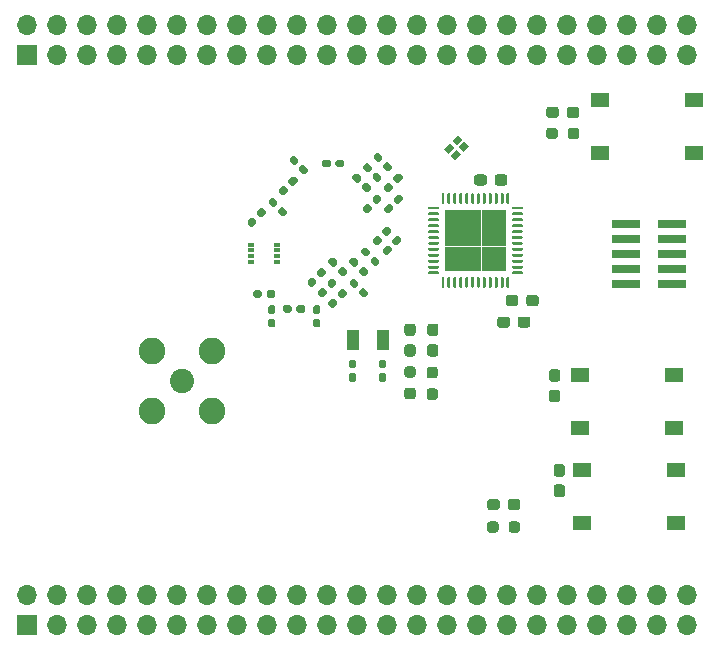
<source format=gbr>
%TF.GenerationSoftware,KiCad,Pcbnew,(5.1.9)-1*%
%TF.CreationDate,2021-11-09T16:48:14-06:00*%
%TF.ProjectId,zigbeeCape,7a696762-6565-4436-9170-652e6b696361,rev?*%
%TF.SameCoordinates,Original*%
%TF.FileFunction,Soldermask,Top*%
%TF.FilePolarity,Negative*%
%FSLAX46Y46*%
G04 Gerber Fmt 4.6, Leading zero omitted, Abs format (unit mm)*
G04 Created by KiCad (PCBNEW (5.1.9)-1) date 2021-11-09 16:48:14*
%MOMM*%
%LPD*%
G01*
G04 APERTURE LIST*
%ADD10R,1.550000X1.300000*%
%ADD11R,1.700000X1.700000*%
%ADD12O,1.700000X1.700000*%
%ADD13R,2.400000X0.760000*%
%ADD14R,1.000000X1.800000*%
%ADD15C,0.100000*%
%ADD16R,1.030000X1.030000*%
%ADD17C,0.515000*%
%ADD18R,0.600000X0.300000*%
%ADD19C,2.050000*%
%ADD20C,2.250000*%
G04 APERTURE END LIST*
D10*
%TO.C,SW2*%
X50787400Y10602400D03*
X58737400Y10602400D03*
X50787400Y15102400D03*
X58737400Y15102400D03*
%TD*%
%TO.C,SW1*%
X50635000Y18628800D03*
X58585000Y18628800D03*
X50635000Y23128800D03*
X58585000Y23128800D03*
%TD*%
%TO.C,SW4*%
X52336800Y41869800D03*
X60286800Y41869800D03*
X52336800Y46369800D03*
X60286800Y46369800D03*
%TD*%
D11*
%TO.C,U5*%
X3810000Y1905000D03*
D12*
X3810000Y4445000D03*
X6350000Y1905000D03*
X6350000Y4445000D03*
X8890000Y1905000D03*
X8890000Y4445000D03*
X11430000Y1905000D03*
X11430000Y4445000D03*
X13970000Y1905000D03*
X13970000Y4445000D03*
X16510000Y1905000D03*
X16510000Y4445000D03*
X19050000Y1905000D03*
X19050000Y4445000D03*
X21590000Y1905000D03*
X21590000Y4445000D03*
X24130000Y1905000D03*
X24130000Y4445000D03*
X26670000Y1905000D03*
X26670000Y4445000D03*
X29210000Y1905000D03*
X29210000Y4445000D03*
X31750000Y1905000D03*
X31750000Y4445000D03*
X34290000Y1905000D03*
X34290000Y4445000D03*
X36830000Y1905000D03*
X36830000Y4445000D03*
X39370000Y1905000D03*
X39370000Y4445000D03*
X41910000Y1905000D03*
X41910000Y4445000D03*
X44450000Y1905000D03*
X44450000Y4445000D03*
X46990000Y1905000D03*
X46990000Y4445000D03*
X49530000Y1905000D03*
X49530000Y4445000D03*
X52070000Y1905000D03*
X52070000Y4445000D03*
X54610000Y1905000D03*
X54610000Y4445000D03*
X57150000Y1905000D03*
X57150000Y4445000D03*
X59690000Y1905000D03*
X59690000Y4445000D03*
%TD*%
D13*
%TO.C,J1*%
X54508400Y30835600D03*
X58408400Y30835600D03*
X54508400Y32105600D03*
X58408400Y32105600D03*
X54508400Y33375600D03*
X58408400Y33375600D03*
X54508400Y34645600D03*
X58408400Y34645600D03*
X54508400Y35915600D03*
X58408400Y35915600D03*
%TD*%
D14*
%TO.C,Y1*%
X33918400Y26060400D03*
X31418400Y26060400D03*
%TD*%
D15*
%TO.C,Y2*%
G36*
X40019514Y41303004D02*
G01*
X39630605Y41691913D01*
X40125580Y42186888D01*
X40514489Y41797979D01*
X40019514Y41303004D01*
G37*
G36*
X40832687Y42893995D02*
G01*
X41221596Y42505086D01*
X40726621Y42010111D01*
X40337712Y42399020D01*
X40832687Y42893995D01*
G37*
G36*
X40295286Y43431396D02*
G01*
X40684195Y43042487D01*
X40189220Y42547512D01*
X39800311Y42936421D01*
X40295286Y43431396D01*
G37*
G36*
X39482113Y41840405D02*
G01*
X39093204Y42229314D01*
X39588179Y42724289D01*
X39977088Y42335380D01*
X39482113Y41840405D01*
G37*
%TD*%
%TO.C,U1*%
G36*
G01*
X38593600Y37125000D02*
X37833600Y37125000D01*
G75*
G02*
X37763600Y37195000I0J70000D01*
G01*
X37763600Y37305000D01*
G75*
G02*
X37833600Y37375000I70000J0D01*
G01*
X38593600Y37375000D01*
G75*
G02*
X38663600Y37305000I0J-70000D01*
G01*
X38663600Y37195000D01*
G75*
G02*
X38593600Y37125000I-70000J0D01*
G01*
G37*
G36*
G01*
X38593600Y36625000D02*
X37833600Y36625000D01*
G75*
G02*
X37763600Y36695000I0J70000D01*
G01*
X37763600Y36805000D01*
G75*
G02*
X37833600Y36875000I70000J0D01*
G01*
X38593600Y36875000D01*
G75*
G02*
X38663600Y36805000I0J-70000D01*
G01*
X38663600Y36695000D01*
G75*
G02*
X38593600Y36625000I-70000J0D01*
G01*
G37*
G36*
G01*
X38593600Y36125000D02*
X37833600Y36125000D01*
G75*
G02*
X37763600Y36195000I0J70000D01*
G01*
X37763600Y36305000D01*
G75*
G02*
X37833600Y36375000I70000J0D01*
G01*
X38593600Y36375000D01*
G75*
G02*
X38663600Y36305000I0J-70000D01*
G01*
X38663600Y36195000D01*
G75*
G02*
X38593600Y36125000I-70000J0D01*
G01*
G37*
G36*
G01*
X38593600Y35625000D02*
X37833600Y35625000D01*
G75*
G02*
X37763600Y35695000I0J70000D01*
G01*
X37763600Y35805000D01*
G75*
G02*
X37833600Y35875000I70000J0D01*
G01*
X38593600Y35875000D01*
G75*
G02*
X38663600Y35805000I0J-70000D01*
G01*
X38663600Y35695000D01*
G75*
G02*
X38593600Y35625000I-70000J0D01*
G01*
G37*
G36*
G01*
X38593600Y35125000D02*
X37833600Y35125000D01*
G75*
G02*
X37763600Y35195000I0J70000D01*
G01*
X37763600Y35305000D01*
G75*
G02*
X37833600Y35375000I70000J0D01*
G01*
X38593600Y35375000D01*
G75*
G02*
X38663600Y35305000I0J-70000D01*
G01*
X38663600Y35195000D01*
G75*
G02*
X38593600Y35125000I-70000J0D01*
G01*
G37*
G36*
G01*
X38593600Y34625000D02*
X37833600Y34625000D01*
G75*
G02*
X37763600Y34695000I0J70000D01*
G01*
X37763600Y34805000D01*
G75*
G02*
X37833600Y34875000I70000J0D01*
G01*
X38593600Y34875000D01*
G75*
G02*
X38663600Y34805000I0J-70000D01*
G01*
X38663600Y34695000D01*
G75*
G02*
X38593600Y34625000I-70000J0D01*
G01*
G37*
G36*
G01*
X38593600Y34125000D02*
X37833600Y34125000D01*
G75*
G02*
X37763600Y34195000I0J70000D01*
G01*
X37763600Y34305000D01*
G75*
G02*
X37833600Y34375000I70000J0D01*
G01*
X38593600Y34375000D01*
G75*
G02*
X38663600Y34305000I0J-70000D01*
G01*
X38663600Y34195000D01*
G75*
G02*
X38593600Y34125000I-70000J0D01*
G01*
G37*
G36*
G01*
X38593600Y33625000D02*
X37833600Y33625000D01*
G75*
G02*
X37763600Y33695000I0J70000D01*
G01*
X37763600Y33805000D01*
G75*
G02*
X37833600Y33875000I70000J0D01*
G01*
X38593600Y33875000D01*
G75*
G02*
X38663600Y33805000I0J-70000D01*
G01*
X38663600Y33695000D01*
G75*
G02*
X38593600Y33625000I-70000J0D01*
G01*
G37*
G36*
G01*
X38593600Y33125000D02*
X37833600Y33125000D01*
G75*
G02*
X37763600Y33195000I0J70000D01*
G01*
X37763600Y33305000D01*
G75*
G02*
X37833600Y33375000I70000J0D01*
G01*
X38593600Y33375000D01*
G75*
G02*
X38663600Y33305000I0J-70000D01*
G01*
X38663600Y33195000D01*
G75*
G02*
X38593600Y33125000I-70000J0D01*
G01*
G37*
G36*
G01*
X38593600Y32625000D02*
X37833600Y32625000D01*
G75*
G02*
X37763600Y32695000I0J70000D01*
G01*
X37763600Y32805000D01*
G75*
G02*
X37833600Y32875000I70000J0D01*
G01*
X38593600Y32875000D01*
G75*
G02*
X38663600Y32805000I0J-70000D01*
G01*
X38663600Y32695000D01*
G75*
G02*
X38593600Y32625000I-70000J0D01*
G01*
G37*
G36*
G01*
X38593600Y32125000D02*
X37833600Y32125000D01*
G75*
G02*
X37763600Y32195000I0J70000D01*
G01*
X37763600Y32305000D01*
G75*
G02*
X37833600Y32375000I70000J0D01*
G01*
X38593600Y32375000D01*
G75*
G02*
X38663600Y32305000I0J-70000D01*
G01*
X38663600Y32195000D01*
G75*
G02*
X38593600Y32125000I-70000J0D01*
G01*
G37*
G36*
G01*
X38593600Y31625000D02*
X37833600Y31625000D01*
G75*
G02*
X37763600Y31695000I0J70000D01*
G01*
X37763600Y31805000D01*
G75*
G02*
X37833600Y31875000I70000J0D01*
G01*
X38593600Y31875000D01*
G75*
G02*
X38663600Y31805000I0J-70000D01*
G01*
X38663600Y31695000D01*
G75*
G02*
X38593600Y31625000I-70000J0D01*
G01*
G37*
G36*
G01*
X38888600Y30570000D02*
X38888600Y31330000D01*
G75*
G02*
X38958600Y31400000I70000J0D01*
G01*
X39068600Y31400000D01*
G75*
G02*
X39138600Y31330000I0J-70000D01*
G01*
X39138600Y30570000D01*
G75*
G02*
X39068600Y30500000I-70000J0D01*
G01*
X38958600Y30500000D01*
G75*
G02*
X38888600Y30570000I0J70000D01*
G01*
G37*
G36*
G01*
X39388600Y30570000D02*
X39388600Y31330000D01*
G75*
G02*
X39458600Y31400000I70000J0D01*
G01*
X39568600Y31400000D01*
G75*
G02*
X39638600Y31330000I0J-70000D01*
G01*
X39638600Y30570000D01*
G75*
G02*
X39568600Y30500000I-70000J0D01*
G01*
X39458600Y30500000D01*
G75*
G02*
X39388600Y30570000I0J70000D01*
G01*
G37*
G36*
G01*
X39888600Y30570000D02*
X39888600Y31330000D01*
G75*
G02*
X39958600Y31400000I70000J0D01*
G01*
X40068600Y31400000D01*
G75*
G02*
X40138600Y31330000I0J-70000D01*
G01*
X40138600Y30570000D01*
G75*
G02*
X40068600Y30500000I-70000J0D01*
G01*
X39958600Y30500000D01*
G75*
G02*
X39888600Y30570000I0J70000D01*
G01*
G37*
G36*
G01*
X40388600Y30570000D02*
X40388600Y31330000D01*
G75*
G02*
X40458600Y31400000I70000J0D01*
G01*
X40568600Y31400000D01*
G75*
G02*
X40638600Y31330000I0J-70000D01*
G01*
X40638600Y30570000D01*
G75*
G02*
X40568600Y30500000I-70000J0D01*
G01*
X40458600Y30500000D01*
G75*
G02*
X40388600Y30570000I0J70000D01*
G01*
G37*
G36*
G01*
X40888600Y30570000D02*
X40888600Y31330000D01*
G75*
G02*
X40958600Y31400000I70000J0D01*
G01*
X41068600Y31400000D01*
G75*
G02*
X41138600Y31330000I0J-70000D01*
G01*
X41138600Y30570000D01*
G75*
G02*
X41068600Y30500000I-70000J0D01*
G01*
X40958600Y30500000D01*
G75*
G02*
X40888600Y30570000I0J70000D01*
G01*
G37*
G36*
G01*
X41388600Y30570000D02*
X41388600Y31330000D01*
G75*
G02*
X41458600Y31400000I70000J0D01*
G01*
X41568600Y31400000D01*
G75*
G02*
X41638600Y31330000I0J-70000D01*
G01*
X41638600Y30570000D01*
G75*
G02*
X41568600Y30500000I-70000J0D01*
G01*
X41458600Y30500000D01*
G75*
G02*
X41388600Y30570000I0J70000D01*
G01*
G37*
G36*
G01*
X41888600Y30570000D02*
X41888600Y31330000D01*
G75*
G02*
X41958600Y31400000I70000J0D01*
G01*
X42068600Y31400000D01*
G75*
G02*
X42138600Y31330000I0J-70000D01*
G01*
X42138600Y30570000D01*
G75*
G02*
X42068600Y30500000I-70000J0D01*
G01*
X41958600Y30500000D01*
G75*
G02*
X41888600Y30570000I0J70000D01*
G01*
G37*
G36*
G01*
X42388600Y30570000D02*
X42388600Y31330000D01*
G75*
G02*
X42458600Y31400000I70000J0D01*
G01*
X42568600Y31400000D01*
G75*
G02*
X42638600Y31330000I0J-70000D01*
G01*
X42638600Y30570000D01*
G75*
G02*
X42568600Y30500000I-70000J0D01*
G01*
X42458600Y30500000D01*
G75*
G02*
X42388600Y30570000I0J70000D01*
G01*
G37*
G36*
G01*
X42888600Y30570000D02*
X42888600Y31330000D01*
G75*
G02*
X42958600Y31400000I70000J0D01*
G01*
X43068600Y31400000D01*
G75*
G02*
X43138600Y31330000I0J-70000D01*
G01*
X43138600Y30570000D01*
G75*
G02*
X43068600Y30500000I-70000J0D01*
G01*
X42958600Y30500000D01*
G75*
G02*
X42888600Y30570000I0J70000D01*
G01*
G37*
G36*
G01*
X43388600Y30570000D02*
X43388600Y31330000D01*
G75*
G02*
X43458600Y31400000I70000J0D01*
G01*
X43568600Y31400000D01*
G75*
G02*
X43638600Y31330000I0J-70000D01*
G01*
X43638600Y30570000D01*
G75*
G02*
X43568600Y30500000I-70000J0D01*
G01*
X43458600Y30500000D01*
G75*
G02*
X43388600Y30570000I0J70000D01*
G01*
G37*
G36*
G01*
X43888600Y30570000D02*
X43888600Y31330000D01*
G75*
G02*
X43958600Y31400000I70000J0D01*
G01*
X44068600Y31400000D01*
G75*
G02*
X44138600Y31330000I0J-70000D01*
G01*
X44138600Y30570000D01*
G75*
G02*
X44068600Y30500000I-70000J0D01*
G01*
X43958600Y30500000D01*
G75*
G02*
X43888600Y30570000I0J70000D01*
G01*
G37*
G36*
G01*
X44388600Y30570000D02*
X44388600Y31330000D01*
G75*
G02*
X44458600Y31400000I70000J0D01*
G01*
X44568600Y31400000D01*
G75*
G02*
X44638600Y31330000I0J-70000D01*
G01*
X44638600Y30570000D01*
G75*
G02*
X44568600Y30500000I-70000J0D01*
G01*
X44458600Y30500000D01*
G75*
G02*
X44388600Y30570000I0J70000D01*
G01*
G37*
G36*
G01*
X45693600Y31625000D02*
X44933600Y31625000D01*
G75*
G02*
X44863600Y31695000I0J70000D01*
G01*
X44863600Y31805000D01*
G75*
G02*
X44933600Y31875000I70000J0D01*
G01*
X45693600Y31875000D01*
G75*
G02*
X45763600Y31805000I0J-70000D01*
G01*
X45763600Y31695000D01*
G75*
G02*
X45693600Y31625000I-70000J0D01*
G01*
G37*
G36*
G01*
X45693600Y32125000D02*
X44933600Y32125000D01*
G75*
G02*
X44863600Y32195000I0J70000D01*
G01*
X44863600Y32305000D01*
G75*
G02*
X44933600Y32375000I70000J0D01*
G01*
X45693600Y32375000D01*
G75*
G02*
X45763600Y32305000I0J-70000D01*
G01*
X45763600Y32195000D01*
G75*
G02*
X45693600Y32125000I-70000J0D01*
G01*
G37*
G36*
G01*
X45693600Y32625000D02*
X44933600Y32625000D01*
G75*
G02*
X44863600Y32695000I0J70000D01*
G01*
X44863600Y32805000D01*
G75*
G02*
X44933600Y32875000I70000J0D01*
G01*
X45693600Y32875000D01*
G75*
G02*
X45763600Y32805000I0J-70000D01*
G01*
X45763600Y32695000D01*
G75*
G02*
X45693600Y32625000I-70000J0D01*
G01*
G37*
G36*
G01*
X45693600Y33125000D02*
X44933600Y33125000D01*
G75*
G02*
X44863600Y33195000I0J70000D01*
G01*
X44863600Y33305000D01*
G75*
G02*
X44933600Y33375000I70000J0D01*
G01*
X45693600Y33375000D01*
G75*
G02*
X45763600Y33305000I0J-70000D01*
G01*
X45763600Y33195000D01*
G75*
G02*
X45693600Y33125000I-70000J0D01*
G01*
G37*
G36*
G01*
X45693600Y33625000D02*
X44933600Y33625000D01*
G75*
G02*
X44863600Y33695000I0J70000D01*
G01*
X44863600Y33805000D01*
G75*
G02*
X44933600Y33875000I70000J0D01*
G01*
X45693600Y33875000D01*
G75*
G02*
X45763600Y33805000I0J-70000D01*
G01*
X45763600Y33695000D01*
G75*
G02*
X45693600Y33625000I-70000J0D01*
G01*
G37*
G36*
G01*
X45693600Y34125000D02*
X44933600Y34125000D01*
G75*
G02*
X44863600Y34195000I0J70000D01*
G01*
X44863600Y34305000D01*
G75*
G02*
X44933600Y34375000I70000J0D01*
G01*
X45693600Y34375000D01*
G75*
G02*
X45763600Y34305000I0J-70000D01*
G01*
X45763600Y34195000D01*
G75*
G02*
X45693600Y34125000I-70000J0D01*
G01*
G37*
G36*
G01*
X45693600Y34625000D02*
X44933600Y34625000D01*
G75*
G02*
X44863600Y34695000I0J70000D01*
G01*
X44863600Y34805000D01*
G75*
G02*
X44933600Y34875000I70000J0D01*
G01*
X45693600Y34875000D01*
G75*
G02*
X45763600Y34805000I0J-70000D01*
G01*
X45763600Y34695000D01*
G75*
G02*
X45693600Y34625000I-70000J0D01*
G01*
G37*
G36*
G01*
X45693600Y35125000D02*
X44933600Y35125000D01*
G75*
G02*
X44863600Y35195000I0J70000D01*
G01*
X44863600Y35305000D01*
G75*
G02*
X44933600Y35375000I70000J0D01*
G01*
X45693600Y35375000D01*
G75*
G02*
X45763600Y35305000I0J-70000D01*
G01*
X45763600Y35195000D01*
G75*
G02*
X45693600Y35125000I-70000J0D01*
G01*
G37*
G36*
G01*
X45693600Y35625000D02*
X44933600Y35625000D01*
G75*
G02*
X44863600Y35695000I0J70000D01*
G01*
X44863600Y35805000D01*
G75*
G02*
X44933600Y35875000I70000J0D01*
G01*
X45693600Y35875000D01*
G75*
G02*
X45763600Y35805000I0J-70000D01*
G01*
X45763600Y35695000D01*
G75*
G02*
X45693600Y35625000I-70000J0D01*
G01*
G37*
G36*
G01*
X45693600Y36125000D02*
X44933600Y36125000D01*
G75*
G02*
X44863600Y36195000I0J70000D01*
G01*
X44863600Y36305000D01*
G75*
G02*
X44933600Y36375000I70000J0D01*
G01*
X45693600Y36375000D01*
G75*
G02*
X45763600Y36305000I0J-70000D01*
G01*
X45763600Y36195000D01*
G75*
G02*
X45693600Y36125000I-70000J0D01*
G01*
G37*
G36*
G01*
X45693600Y36625000D02*
X44933600Y36625000D01*
G75*
G02*
X44863600Y36695000I0J70000D01*
G01*
X44863600Y36805000D01*
G75*
G02*
X44933600Y36875000I70000J0D01*
G01*
X45693600Y36875000D01*
G75*
G02*
X45763600Y36805000I0J-70000D01*
G01*
X45763600Y36695000D01*
G75*
G02*
X45693600Y36625000I-70000J0D01*
G01*
G37*
G36*
G01*
X45693600Y37125000D02*
X44933600Y37125000D01*
G75*
G02*
X44863600Y37195000I0J70000D01*
G01*
X44863600Y37305000D01*
G75*
G02*
X44933600Y37375000I70000J0D01*
G01*
X45693600Y37375000D01*
G75*
G02*
X45763600Y37305000I0J-70000D01*
G01*
X45763600Y37195000D01*
G75*
G02*
X45693600Y37125000I-70000J0D01*
G01*
G37*
G36*
G01*
X44388600Y37670000D02*
X44388600Y38430000D01*
G75*
G02*
X44458600Y38500000I70000J0D01*
G01*
X44568600Y38500000D01*
G75*
G02*
X44638600Y38430000I0J-70000D01*
G01*
X44638600Y37670000D01*
G75*
G02*
X44568600Y37600000I-70000J0D01*
G01*
X44458600Y37600000D01*
G75*
G02*
X44388600Y37670000I0J70000D01*
G01*
G37*
G36*
G01*
X43888600Y37670000D02*
X43888600Y38430000D01*
G75*
G02*
X43958600Y38500000I70000J0D01*
G01*
X44068600Y38500000D01*
G75*
G02*
X44138600Y38430000I0J-70000D01*
G01*
X44138600Y37670000D01*
G75*
G02*
X44068600Y37600000I-70000J0D01*
G01*
X43958600Y37600000D01*
G75*
G02*
X43888600Y37670000I0J70000D01*
G01*
G37*
G36*
G01*
X43388600Y37670000D02*
X43388600Y38430000D01*
G75*
G02*
X43458600Y38500000I70000J0D01*
G01*
X43568600Y38500000D01*
G75*
G02*
X43638600Y38430000I0J-70000D01*
G01*
X43638600Y37670000D01*
G75*
G02*
X43568600Y37600000I-70000J0D01*
G01*
X43458600Y37600000D01*
G75*
G02*
X43388600Y37670000I0J70000D01*
G01*
G37*
G36*
G01*
X42888600Y37670000D02*
X42888600Y38430000D01*
G75*
G02*
X42958600Y38500000I70000J0D01*
G01*
X43068600Y38500000D01*
G75*
G02*
X43138600Y38430000I0J-70000D01*
G01*
X43138600Y37670000D01*
G75*
G02*
X43068600Y37600000I-70000J0D01*
G01*
X42958600Y37600000D01*
G75*
G02*
X42888600Y37670000I0J70000D01*
G01*
G37*
G36*
G01*
X42388600Y37670000D02*
X42388600Y38430000D01*
G75*
G02*
X42458600Y38500000I70000J0D01*
G01*
X42568600Y38500000D01*
G75*
G02*
X42638600Y38430000I0J-70000D01*
G01*
X42638600Y37670000D01*
G75*
G02*
X42568600Y37600000I-70000J0D01*
G01*
X42458600Y37600000D01*
G75*
G02*
X42388600Y37670000I0J70000D01*
G01*
G37*
G36*
G01*
X41888600Y37670000D02*
X41888600Y38430000D01*
G75*
G02*
X41958600Y38500000I70000J0D01*
G01*
X42068600Y38500000D01*
G75*
G02*
X42138600Y38430000I0J-70000D01*
G01*
X42138600Y37670000D01*
G75*
G02*
X42068600Y37600000I-70000J0D01*
G01*
X41958600Y37600000D01*
G75*
G02*
X41888600Y37670000I0J70000D01*
G01*
G37*
G36*
G01*
X41388600Y37670000D02*
X41388600Y38430000D01*
G75*
G02*
X41458600Y38500000I70000J0D01*
G01*
X41568600Y38500000D01*
G75*
G02*
X41638600Y38430000I0J-70000D01*
G01*
X41638600Y37670000D01*
G75*
G02*
X41568600Y37600000I-70000J0D01*
G01*
X41458600Y37600000D01*
G75*
G02*
X41388600Y37670000I0J70000D01*
G01*
G37*
G36*
G01*
X40888600Y37670000D02*
X40888600Y38430000D01*
G75*
G02*
X40958600Y38500000I70000J0D01*
G01*
X41068600Y38500000D01*
G75*
G02*
X41138600Y38430000I0J-70000D01*
G01*
X41138600Y37670000D01*
G75*
G02*
X41068600Y37600000I-70000J0D01*
G01*
X40958600Y37600000D01*
G75*
G02*
X40888600Y37670000I0J70000D01*
G01*
G37*
G36*
G01*
X40388600Y37670000D02*
X40388600Y38430000D01*
G75*
G02*
X40458600Y38500000I70000J0D01*
G01*
X40568600Y38500000D01*
G75*
G02*
X40638600Y38430000I0J-70000D01*
G01*
X40638600Y37670000D01*
G75*
G02*
X40568600Y37600000I-70000J0D01*
G01*
X40458600Y37600000D01*
G75*
G02*
X40388600Y37670000I0J70000D01*
G01*
G37*
G36*
G01*
X39888600Y37670000D02*
X39888600Y38430000D01*
G75*
G02*
X39958600Y38500000I70000J0D01*
G01*
X40068600Y38500000D01*
G75*
G02*
X40138600Y38430000I0J-70000D01*
G01*
X40138600Y37670000D01*
G75*
G02*
X40068600Y37600000I-70000J0D01*
G01*
X39958600Y37600000D01*
G75*
G02*
X39888600Y37670000I0J70000D01*
G01*
G37*
G36*
G01*
X39388600Y37670000D02*
X39388600Y38430000D01*
G75*
G02*
X39458600Y38500000I70000J0D01*
G01*
X39568600Y38500000D01*
G75*
G02*
X39638600Y38430000I0J-70000D01*
G01*
X39638600Y37670000D01*
G75*
G02*
X39568600Y37600000I-70000J0D01*
G01*
X39458600Y37600000D01*
G75*
G02*
X39388600Y37670000I0J70000D01*
G01*
G37*
G36*
G01*
X38888600Y37670000D02*
X38888600Y38430000D01*
G75*
G02*
X38958600Y38500000I70000J0D01*
G01*
X39068600Y38500000D01*
G75*
G02*
X39138600Y38430000I0J-70000D01*
G01*
X39138600Y37670000D01*
G75*
G02*
X39068600Y37600000I-70000J0D01*
G01*
X38958600Y37600000D01*
G75*
G02*
X38888600Y37670000I0J70000D01*
G01*
G37*
D16*
X39703600Y36560000D03*
X39703600Y35530000D03*
X39703600Y34500000D03*
X39703600Y33470000D03*
X39703600Y32440000D03*
X40733600Y36560000D03*
X40733600Y35530000D03*
X40733600Y34500000D03*
X40733600Y33470000D03*
X40733600Y32440000D03*
X41763600Y36560000D03*
X41763600Y35530000D03*
X41763600Y34500000D03*
X41763600Y33470000D03*
X41763600Y32440000D03*
X42793600Y36560000D03*
X42793600Y35530000D03*
X42793600Y34500000D03*
X42793600Y33470000D03*
X42793600Y32440000D03*
X43823600Y36560000D03*
X43823600Y35530000D03*
X43823600Y34500000D03*
X43823600Y33470000D03*
X43823600Y32440000D03*
D17*
X39703600Y36560000D03*
X39703600Y35530000D03*
X39703600Y34500000D03*
X39703600Y33470000D03*
X39703600Y32440000D03*
X40733600Y36560000D03*
X40733600Y35530000D03*
X40733600Y34500000D03*
X40733600Y33470000D03*
X40733600Y32440000D03*
X41763600Y36560000D03*
X41763600Y35530000D03*
X41763600Y34500000D03*
X41763600Y33470000D03*
X41763600Y32440000D03*
X42793600Y36560000D03*
X42793600Y35530000D03*
X42793600Y34500000D03*
X42793600Y33470000D03*
X42793600Y32440000D03*
X43823600Y36560000D03*
X43823600Y35530000D03*
X43823600Y34500000D03*
X43823600Y33470000D03*
X43823600Y32440000D03*
%TD*%
%TO.C,C2*%
G36*
G01*
X48225700Y21874600D02*
X48700700Y21874600D01*
G75*
G02*
X48938200Y21637100I0J-237500D01*
G01*
X48938200Y21037100D01*
G75*
G02*
X48700700Y20799600I-237500J0D01*
G01*
X48225700Y20799600D01*
G75*
G02*
X47988200Y21037100I0J237500D01*
G01*
X47988200Y21637100D01*
G75*
G02*
X48225700Y21874600I237500J0D01*
G01*
G37*
G36*
G01*
X48225700Y23599600D02*
X48700700Y23599600D01*
G75*
G02*
X48938200Y23362100I0J-237500D01*
G01*
X48938200Y22762100D01*
G75*
G02*
X48700700Y22524600I-237500J0D01*
G01*
X48225700Y22524600D01*
G75*
G02*
X47988200Y22762100I0J237500D01*
G01*
X47988200Y23362100D01*
G75*
G02*
X48225700Y23599600I237500J0D01*
G01*
G37*
%TD*%
D18*
%TO.C,U2*%
X24976000Y32651000D03*
X24976000Y33151000D03*
X24976000Y33651000D03*
X24976000Y34151000D03*
X22776000Y34151000D03*
X22776000Y33651000D03*
X22776000Y33151000D03*
X22776000Y32651000D03*
%TD*%
D19*
%TO.C,U3*%
X16891000Y22606000D03*
D20*
X19431000Y20066000D03*
X19431000Y25146000D03*
X14351000Y25146000D03*
X14351000Y20066000D03*
%TD*%
%TO.C,C14*%
G36*
G01*
X33728600Y23269600D02*
X34038600Y23269600D01*
G75*
G02*
X34193600Y23114600I0J-155000D01*
G01*
X34193600Y22689600D01*
G75*
G02*
X34038600Y22534600I-155000J0D01*
G01*
X33728600Y22534600D01*
G75*
G02*
X33573600Y22689600I0J155000D01*
G01*
X33573600Y23114600D01*
G75*
G02*
X33728600Y23269600I155000J0D01*
G01*
G37*
G36*
G01*
X33728600Y24404600D02*
X34038600Y24404600D01*
G75*
G02*
X34193600Y24249600I0J-155000D01*
G01*
X34193600Y23824600D01*
G75*
G02*
X34038600Y23669600I-155000J0D01*
G01*
X33728600Y23669600D01*
G75*
G02*
X33573600Y23824600I0J155000D01*
G01*
X33573600Y24249600D01*
G75*
G02*
X33728600Y24404600I155000J0D01*
G01*
G37*
%TD*%
%TO.C,C12*%
G36*
G01*
X31188600Y23269600D02*
X31498600Y23269600D01*
G75*
G02*
X31653600Y23114600I0J-155000D01*
G01*
X31653600Y22689600D01*
G75*
G02*
X31498600Y22534600I-155000J0D01*
G01*
X31188600Y22534600D01*
G75*
G02*
X31033600Y22689600I0J155000D01*
G01*
X31033600Y23114600D01*
G75*
G02*
X31188600Y23269600I155000J0D01*
G01*
G37*
G36*
G01*
X31188600Y24404600D02*
X31498600Y24404600D01*
G75*
G02*
X31653600Y24249600I0J-155000D01*
G01*
X31653600Y23824600D01*
G75*
G02*
X31498600Y23669600I-155000J0D01*
G01*
X31188600Y23669600D01*
G75*
G02*
X31033600Y23824600I0J155000D01*
G01*
X31033600Y24249600D01*
G75*
G02*
X31188600Y24404600I155000J0D01*
G01*
G37*
%TD*%
%TO.C,C5*%
G36*
G01*
X41653000Y39386500D02*
X41653000Y39861500D01*
G75*
G02*
X41890500Y40099000I237500J0D01*
G01*
X42490500Y40099000D01*
G75*
G02*
X42728000Y39861500I0J-237500D01*
G01*
X42728000Y39386500D01*
G75*
G02*
X42490500Y39149000I-237500J0D01*
G01*
X41890500Y39149000D01*
G75*
G02*
X41653000Y39386500I0J237500D01*
G01*
G37*
G36*
G01*
X43378000Y39386500D02*
X43378000Y39861500D01*
G75*
G02*
X43615500Y40099000I237500J0D01*
G01*
X44215500Y40099000D01*
G75*
G02*
X44453000Y39861500I0J-237500D01*
G01*
X44453000Y39386500D01*
G75*
G02*
X44215500Y39149000I-237500J0D01*
G01*
X43615500Y39149000D01*
G75*
G02*
X43378000Y39386500I0J237500D01*
G01*
G37*
%TD*%
%TO.C,L12*%
G36*
G01*
X26226000Y28862000D02*
X26226000Y28542000D01*
G75*
G02*
X26066000Y28382000I-160000J0D01*
G01*
X25621000Y28382000D01*
G75*
G02*
X25461000Y28542000I0J160000D01*
G01*
X25461000Y28862000D01*
G75*
G02*
X25621000Y29022000I160000J0D01*
G01*
X26066000Y29022000D01*
G75*
G02*
X26226000Y28862000I0J-160000D01*
G01*
G37*
G36*
G01*
X27371000Y28862000D02*
X27371000Y28542000D01*
G75*
G02*
X27211000Y28382000I-160000J0D01*
G01*
X26766000Y28382000D01*
G75*
G02*
X26606000Y28542000I0J160000D01*
G01*
X26606000Y28862000D01*
G75*
G02*
X26766000Y29022000I160000J0D01*
G01*
X27211000Y29022000D01*
G75*
G02*
X27371000Y28862000I0J-160000D01*
G01*
G37*
%TD*%
%TO.C,L11*%
G36*
G01*
X29851512Y29569786D02*
X30077786Y29343512D01*
G75*
G02*
X30077786Y29117238I-113137J-113137D01*
G01*
X29763124Y28802576D01*
G75*
G02*
X29536850Y28802576I-113137J113137D01*
G01*
X29310576Y29028850D01*
G75*
G02*
X29310576Y29255124I113137J113137D01*
G01*
X29625238Y29569786D01*
G75*
G02*
X29851512Y29569786I113137J-113137D01*
G01*
G37*
G36*
G01*
X30661150Y30379424D02*
X30887424Y30153150D01*
G75*
G02*
X30887424Y29926876I-113137J-113137D01*
G01*
X30572762Y29612214D01*
G75*
G02*
X30346488Y29612214I-113137J113137D01*
G01*
X30120214Y29838488D01*
G75*
G02*
X30120214Y30064762I113137J113137D01*
G01*
X30434876Y30379424D01*
G75*
G02*
X30661150Y30379424I113137J-113137D01*
G01*
G37*
%TD*%
%TO.C,L9*%
G36*
G01*
X30120214Y32010512D02*
X30346488Y32236786D01*
G75*
G02*
X30572762Y32236786I113137J-113137D01*
G01*
X30887424Y31922124D01*
G75*
G02*
X30887424Y31695850I-113137J-113137D01*
G01*
X30661150Y31469576D01*
G75*
G02*
X30434876Y31469576I-113137J113137D01*
G01*
X30120214Y31784238D01*
G75*
G02*
X30120214Y32010512I113137J113137D01*
G01*
G37*
G36*
G01*
X29310576Y32820150D02*
X29536850Y33046424D01*
G75*
G02*
X29763124Y33046424I113137J-113137D01*
G01*
X30077786Y32731762D01*
G75*
G02*
X30077786Y32505488I-113137J-113137D01*
G01*
X29851512Y32279214D01*
G75*
G02*
X29625238Y32279214I-113137J113137D01*
G01*
X29310576Y32593876D01*
G75*
G02*
X29310576Y32820150I113137J113137D01*
G01*
G37*
%TD*%
%TO.C,L8*%
G36*
G01*
X31898214Y32010512D02*
X32124488Y32236786D01*
G75*
G02*
X32350762Y32236786I113137J-113137D01*
G01*
X32665424Y31922124D01*
G75*
G02*
X32665424Y31695850I-113137J-113137D01*
G01*
X32439150Y31469576D01*
G75*
G02*
X32212876Y31469576I-113137J113137D01*
G01*
X31898214Y31784238D01*
G75*
G02*
X31898214Y32010512I113137J113137D01*
G01*
G37*
G36*
G01*
X31088576Y32820150D02*
X31314850Y33046424D01*
G75*
G02*
X31541124Y33046424I113137J-113137D01*
G01*
X31855786Y32731762D01*
G75*
G02*
X31855786Y32505488I-113137J-113137D01*
G01*
X31629512Y32279214D01*
G75*
G02*
X31403238Y32279214I-113137J113137D01*
G01*
X31088576Y32593876D01*
G75*
G02*
X31088576Y32820150I113137J113137D01*
G01*
G37*
%TD*%
%TO.C,L6*%
G36*
G01*
X34452512Y34058786D02*
X34678786Y33832512D01*
G75*
G02*
X34678786Y33606238I-113137J-113137D01*
G01*
X34364124Y33291576D01*
G75*
G02*
X34137850Y33291576I-113137J113137D01*
G01*
X33911576Y33517850D01*
G75*
G02*
X33911576Y33744124I113137J113137D01*
G01*
X34226238Y34058786D01*
G75*
G02*
X34452512Y34058786I113137J-113137D01*
G01*
G37*
G36*
G01*
X35262150Y34868424D02*
X35488424Y34642150D01*
G75*
G02*
X35488424Y34415876I-113137J-113137D01*
G01*
X35173762Y34101214D01*
G75*
G02*
X34947488Y34101214I-113137J113137D01*
G01*
X34721214Y34327488D01*
G75*
G02*
X34721214Y34553762I113137J113137D01*
G01*
X35035876Y34868424D01*
G75*
G02*
X35262150Y34868424I113137J-113137D01*
G01*
G37*
%TD*%
%TO.C,L5*%
G36*
G01*
X33612512Y34868786D02*
X33838786Y34642512D01*
G75*
G02*
X33838786Y34416238I-113137J-113137D01*
G01*
X33524124Y34101576D01*
G75*
G02*
X33297850Y34101576I-113137J113137D01*
G01*
X33071576Y34327850D01*
G75*
G02*
X33071576Y34554124I113137J113137D01*
G01*
X33386238Y34868786D01*
G75*
G02*
X33612512Y34868786I113137J-113137D01*
G01*
G37*
G36*
G01*
X34422150Y35678424D02*
X34648424Y35452150D01*
G75*
G02*
X34648424Y35225876I-113137J-113137D01*
G01*
X34333762Y34911214D01*
G75*
G02*
X34107488Y34911214I-113137J113137D01*
G01*
X33881214Y35137488D01*
G75*
G02*
X33881214Y35363762I113137J113137D01*
G01*
X34195876Y35678424D01*
G75*
G02*
X34422150Y35678424I113137J-113137D01*
G01*
G37*
%TD*%
%TO.C,L2*%
G36*
G01*
X34592512Y37570786D02*
X34818786Y37344512D01*
G75*
G02*
X34818786Y37118238I-113137J-113137D01*
G01*
X34504124Y36803576D01*
G75*
G02*
X34277850Y36803576I-113137J113137D01*
G01*
X34051576Y37029850D01*
G75*
G02*
X34051576Y37256124I113137J113137D01*
G01*
X34366238Y37570786D01*
G75*
G02*
X34592512Y37570786I113137J-113137D01*
G01*
G37*
G36*
G01*
X35402150Y38380424D02*
X35628424Y38154150D01*
G75*
G02*
X35628424Y37927876I-113137J-113137D01*
G01*
X35313762Y37613214D01*
G75*
G02*
X35087488Y37613214I-113137J113137D01*
G01*
X34861214Y37839488D01*
G75*
G02*
X34861214Y38065762I113137J113137D01*
G01*
X35175876Y38380424D01*
G75*
G02*
X35402150Y38380424I113137J-113137D01*
G01*
G37*
%TD*%
%TO.C,C29*%
G36*
G01*
X23676000Y30127000D02*
X23676000Y29817000D01*
G75*
G02*
X23521000Y29662000I-155000J0D01*
G01*
X23096000Y29662000D01*
G75*
G02*
X22941000Y29817000I0J155000D01*
G01*
X22941000Y30127000D01*
G75*
G02*
X23096000Y30282000I155000J0D01*
G01*
X23521000Y30282000D01*
G75*
G02*
X23676000Y30127000I0J-155000D01*
G01*
G37*
G36*
G01*
X24811000Y30127000D02*
X24811000Y29817000D01*
G75*
G02*
X24656000Y29662000I-155000J0D01*
G01*
X24231000Y29662000D01*
G75*
G02*
X24076000Y29817000I0J155000D01*
G01*
X24076000Y30127000D01*
G75*
G02*
X24231000Y30282000I155000J0D01*
G01*
X24656000Y30282000D01*
G75*
G02*
X24811000Y30127000I0J-155000D01*
G01*
G37*
%TD*%
%TO.C,C28*%
G36*
G01*
X24356000Y27867000D02*
X24666000Y27867000D01*
G75*
G02*
X24821000Y27712000I0J-155000D01*
G01*
X24821000Y27287000D01*
G75*
G02*
X24666000Y27132000I-155000J0D01*
G01*
X24356000Y27132000D01*
G75*
G02*
X24201000Y27287000I0J155000D01*
G01*
X24201000Y27712000D01*
G75*
G02*
X24356000Y27867000I155000J0D01*
G01*
G37*
G36*
G01*
X24356000Y29002000D02*
X24666000Y29002000D01*
G75*
G02*
X24821000Y28847000I0J-155000D01*
G01*
X24821000Y28422000D01*
G75*
G02*
X24666000Y28267000I-155000J0D01*
G01*
X24356000Y28267000D01*
G75*
G02*
X24201000Y28422000I0J155000D01*
G01*
X24201000Y28847000D01*
G75*
G02*
X24356000Y29002000I155000J0D01*
G01*
G37*
%TD*%
%TO.C,C27*%
G36*
G01*
X28166000Y27867000D02*
X28476000Y27867000D01*
G75*
G02*
X28631000Y27712000I0J-155000D01*
G01*
X28631000Y27287000D01*
G75*
G02*
X28476000Y27132000I-155000J0D01*
G01*
X28166000Y27132000D01*
G75*
G02*
X28011000Y27287000I0J155000D01*
G01*
X28011000Y27712000D01*
G75*
G02*
X28166000Y27867000I155000J0D01*
G01*
G37*
G36*
G01*
X28166000Y29002000D02*
X28476000Y29002000D01*
G75*
G02*
X28631000Y28847000I0J-155000D01*
G01*
X28631000Y28422000D01*
G75*
G02*
X28476000Y28267000I-155000J0D01*
G01*
X28166000Y28267000D01*
G75*
G02*
X28011000Y28422000I0J155000D01*
G01*
X28011000Y28847000D01*
G75*
G02*
X28166000Y29002000I155000J0D01*
G01*
G37*
%TD*%
%TO.C,C26*%
G36*
G01*
X22989978Y36417181D02*
X23209181Y36197978D01*
G75*
G02*
X23209181Y35978774I-109602J-109602D01*
G01*
X22908660Y35678253D01*
G75*
G02*
X22689456Y35678253I-109602J109602D01*
G01*
X22470253Y35897456D01*
G75*
G02*
X22470253Y36116660I109602J109602D01*
G01*
X22770774Y36417181D01*
G75*
G02*
X22989978Y36417181I109602J-109602D01*
G01*
G37*
G36*
G01*
X23792544Y37219747D02*
X24011747Y37000544D01*
G75*
G02*
X24011747Y36781340I-109602J-109602D01*
G01*
X23711226Y36480819D01*
G75*
G02*
X23492022Y36480819I-109602J109602D01*
G01*
X23272819Y36700022D01*
G75*
G02*
X23272819Y36919226I109602J109602D01*
G01*
X23573340Y37219747D01*
G75*
G02*
X23792544Y37219747I109602J-109602D01*
G01*
G37*
%TD*%
%TO.C,C25*%
G36*
G01*
X25050819Y37086978D02*
X25270022Y37306181D01*
G75*
G02*
X25489226Y37306181I109602J-109602D01*
G01*
X25789747Y37005660D01*
G75*
G02*
X25789747Y36786456I-109602J-109602D01*
G01*
X25570544Y36567253D01*
G75*
G02*
X25351340Y36567253I-109602J109602D01*
G01*
X25050819Y36867774D01*
G75*
G02*
X25050819Y37086978I109602J109602D01*
G01*
G37*
G36*
G01*
X24248253Y37889544D02*
X24467456Y38108747D01*
G75*
G02*
X24686660Y38108747I109602J-109602D01*
G01*
X24987181Y37808226D01*
G75*
G02*
X24987181Y37589022I-109602J-109602D01*
G01*
X24767978Y37369819D01*
G75*
G02*
X24548774Y37369819I-109602J109602D01*
G01*
X24248253Y37670340D01*
G75*
G02*
X24248253Y37889544I109602J109602D01*
G01*
G37*
%TD*%
%TO.C,C24*%
G36*
G01*
X28958978Y30448181D02*
X29178181Y30228978D01*
G75*
G02*
X29178181Y30009774I-109602J-109602D01*
G01*
X28877660Y29709253D01*
G75*
G02*
X28658456Y29709253I-109602J109602D01*
G01*
X28439253Y29928456D01*
G75*
G02*
X28439253Y30147660I109602J109602D01*
G01*
X28739774Y30448181D01*
G75*
G02*
X28958978Y30448181I109602J-109602D01*
G01*
G37*
G36*
G01*
X29761544Y31250747D02*
X29980747Y31031544D01*
G75*
G02*
X29980747Y30812340I-109602J-109602D01*
G01*
X29680226Y30511819D01*
G75*
G02*
X29461022Y30511819I-109602J109602D01*
G01*
X29241819Y30731022D01*
G75*
G02*
X29241819Y30950226I109602J109602D01*
G01*
X29542340Y31250747D01*
G75*
G02*
X29761544Y31250747I109602J-109602D01*
G01*
G37*
%TD*%
%TO.C,C23*%
G36*
G01*
X31908819Y30228978D02*
X32128022Y30448181D01*
G75*
G02*
X32347226Y30448181I109602J-109602D01*
G01*
X32647747Y30147660D01*
G75*
G02*
X32647747Y29928456I-109602J-109602D01*
G01*
X32428544Y29709253D01*
G75*
G02*
X32209340Y29709253I-109602J109602D01*
G01*
X31908819Y30009774D01*
G75*
G02*
X31908819Y30228978I109602J109602D01*
G01*
G37*
G36*
G01*
X31106253Y31031544D02*
X31325456Y31250747D01*
G75*
G02*
X31544660Y31250747I109602J-109602D01*
G01*
X31845181Y30950226D01*
G75*
G02*
X31845181Y30731022I-109602J-109602D01*
G01*
X31625978Y30511819D01*
G75*
G02*
X31406774Y30511819I-109602J109602D01*
G01*
X31106253Y30812340D01*
G75*
G02*
X31106253Y31031544I109602J109602D01*
G01*
G37*
%TD*%
%TO.C,C22*%
G36*
G01*
X28572022Y31400819D02*
X28352819Y31620022D01*
G75*
G02*
X28352819Y31839226I109602J109602D01*
G01*
X28653340Y32139747D01*
G75*
G02*
X28872544Y32139747I109602J-109602D01*
G01*
X29091747Y31920544D01*
G75*
G02*
X29091747Y31701340I-109602J-109602D01*
G01*
X28791226Y31400819D01*
G75*
G02*
X28572022Y31400819I-109602J109602D01*
G01*
G37*
G36*
G01*
X27769456Y30598253D02*
X27550253Y30817456D01*
G75*
G02*
X27550253Y31036660I109602J109602D01*
G01*
X27850774Y31337181D01*
G75*
G02*
X28069978Y31337181I109602J-109602D01*
G01*
X28289181Y31117978D01*
G75*
G02*
X28289181Y30898774I-109602J-109602D01*
G01*
X27988660Y30598253D01*
G75*
G02*
X27769456Y30598253I-109602J109602D01*
G01*
G37*
%TD*%
%TO.C,C21*%
G36*
G01*
X26765181Y41145022D02*
X26545978Y40925819D01*
G75*
G02*
X26326774Y40925819I-109602J109602D01*
G01*
X26026253Y41226340D01*
G75*
G02*
X26026253Y41445544I109602J109602D01*
G01*
X26245456Y41664747D01*
G75*
G02*
X26464660Y41664747I109602J-109602D01*
G01*
X26765181Y41364226D01*
G75*
G02*
X26765181Y41145022I-109602J-109602D01*
G01*
G37*
G36*
G01*
X27567747Y40342456D02*
X27348544Y40123253D01*
G75*
G02*
X27129340Y40123253I-109602J109602D01*
G01*
X26828819Y40423774D01*
G75*
G02*
X26828819Y40642978I109602J109602D01*
G01*
X27048022Y40862181D01*
G75*
G02*
X27267226Y40862181I109602J-109602D01*
G01*
X27567747Y40561660D01*
G75*
G02*
X27567747Y40342456I-109602J-109602D01*
G01*
G37*
%TD*%
%TO.C,C20*%
G36*
G01*
X32881819Y32868978D02*
X33101022Y33088181D01*
G75*
G02*
X33320226Y33088181I109602J-109602D01*
G01*
X33620747Y32787660D01*
G75*
G02*
X33620747Y32568456I-109602J-109602D01*
G01*
X33401544Y32349253D01*
G75*
G02*
X33182340Y32349253I-109602J109602D01*
G01*
X32881819Y32649774D01*
G75*
G02*
X32881819Y32868978I109602J109602D01*
G01*
G37*
G36*
G01*
X32079253Y33671544D02*
X32298456Y33890747D01*
G75*
G02*
X32517660Y33890747I109602J-109602D01*
G01*
X32818181Y33590226D01*
G75*
G02*
X32818181Y33371022I-109602J-109602D01*
G01*
X32598978Y33151819D01*
G75*
G02*
X32379774Y33151819I-109602J109602D01*
G01*
X32079253Y33452340D01*
G75*
G02*
X32079253Y33671544I109602J109602D01*
G01*
G37*
%TD*%
%TO.C,C19*%
G36*
G01*
X32988181Y40510022D02*
X32768978Y40290819D01*
G75*
G02*
X32549774Y40290819I-109602J109602D01*
G01*
X32249253Y40591340D01*
G75*
G02*
X32249253Y40810544I109602J109602D01*
G01*
X32468456Y41029747D01*
G75*
G02*
X32687660Y41029747I109602J-109602D01*
G01*
X32988181Y40729226D01*
G75*
G02*
X32988181Y40510022I-109602J-109602D01*
G01*
G37*
G36*
G01*
X33790747Y39707456D02*
X33571544Y39488253D01*
G75*
G02*
X33352340Y39488253I-109602J109602D01*
G01*
X33051819Y39788774D01*
G75*
G02*
X33051819Y40007978I109602J109602D01*
G01*
X33271022Y40227181D01*
G75*
G02*
X33490226Y40227181I109602J-109602D01*
G01*
X33790747Y39926660D01*
G75*
G02*
X33790747Y39707456I-109602J-109602D01*
G01*
G37*
%TD*%
%TO.C,C18*%
G36*
G01*
X32768978Y37560181D02*
X32988181Y37340978D01*
G75*
G02*
X32988181Y37121774I-109602J-109602D01*
G01*
X32687660Y36821253D01*
G75*
G02*
X32468456Y36821253I-109602J109602D01*
G01*
X32249253Y37040456D01*
G75*
G02*
X32249253Y37259660I109602J109602D01*
G01*
X32549774Y37560181D01*
G75*
G02*
X32768978Y37560181I109602J-109602D01*
G01*
G37*
G36*
G01*
X33571544Y38362747D02*
X33790747Y38143544D01*
G75*
G02*
X33790747Y37924340I-109602J-109602D01*
G01*
X33490226Y37623819D01*
G75*
G02*
X33271022Y37623819I-109602J109602D01*
G01*
X33051819Y37843022D01*
G75*
G02*
X33051819Y38062226I109602J109602D01*
G01*
X33352340Y38362747D01*
G75*
G02*
X33571544Y38362747I109602J-109602D01*
G01*
G37*
%TD*%
%TO.C,C17*%
G36*
G01*
X33940819Y40896978D02*
X34160022Y41116181D01*
G75*
G02*
X34379226Y41116181I109602J-109602D01*
G01*
X34679747Y40815660D01*
G75*
G02*
X34679747Y40596456I-109602J-109602D01*
G01*
X34460544Y40377253D01*
G75*
G02*
X34241340Y40377253I-109602J109602D01*
G01*
X33940819Y40677774D01*
G75*
G02*
X33940819Y40896978I109602J109602D01*
G01*
G37*
G36*
G01*
X33138253Y41699544D02*
X33357456Y41918747D01*
G75*
G02*
X33576660Y41918747I109602J-109602D01*
G01*
X33877181Y41618226D01*
G75*
G02*
X33877181Y41399022I-109602J-109602D01*
G01*
X33657978Y41179819D01*
G75*
G02*
X33438774Y41179819I-109602J109602D01*
G01*
X33138253Y41480340D01*
G75*
G02*
X33138253Y41699544I109602J109602D01*
G01*
G37*
%TD*%
%TO.C,C8*%
G36*
G01*
X45333800Y27346900D02*
X45333800Y27821900D01*
G75*
G02*
X45571300Y28059400I237500J0D01*
G01*
X46171300Y28059400D01*
G75*
G02*
X46408800Y27821900I0J-237500D01*
G01*
X46408800Y27346900D01*
G75*
G02*
X46171300Y27109400I-237500J0D01*
G01*
X45571300Y27109400D01*
G75*
G02*
X45333800Y27346900I0J237500D01*
G01*
G37*
G36*
G01*
X43608800Y27346900D02*
X43608800Y27821900D01*
G75*
G02*
X43846300Y28059400I237500J0D01*
G01*
X44446300Y28059400D01*
G75*
G02*
X44683800Y27821900I0J-237500D01*
G01*
X44683800Y27346900D01*
G75*
G02*
X44446300Y27109400I-237500J0D01*
G01*
X43846300Y27109400D01*
G75*
G02*
X43608800Y27346900I0J237500D01*
G01*
G37*
%TD*%
%TO.C,C15*%
G36*
G01*
X44320000Y29175700D02*
X44320000Y29650700D01*
G75*
G02*
X44557500Y29888200I237500J0D01*
G01*
X45157500Y29888200D01*
G75*
G02*
X45395000Y29650700I0J-237500D01*
G01*
X45395000Y29175700D01*
G75*
G02*
X45157500Y28938200I-237500J0D01*
G01*
X44557500Y28938200D01*
G75*
G02*
X44320000Y29175700I0J237500D01*
G01*
G37*
G36*
G01*
X46045000Y29175700D02*
X46045000Y29650700D01*
G75*
G02*
X46282500Y29888200I237500J0D01*
G01*
X46882500Y29888200D01*
G75*
G02*
X47120000Y29650700I0J-237500D01*
G01*
X47120000Y29175700D01*
G75*
G02*
X46882500Y28938200I-237500J0D01*
G01*
X46282500Y28938200D01*
G75*
G02*
X46045000Y29175700I0J237500D01*
G01*
G37*
%TD*%
D12*
%TO.C,U4*%
X59690000Y52705000D03*
X59690000Y50165000D03*
X57150000Y52705000D03*
X57150000Y50165000D03*
X54610000Y52705000D03*
X54610000Y50165000D03*
X52070000Y52705000D03*
X52070000Y50165000D03*
X49530000Y52705000D03*
X49530000Y50165000D03*
X46990000Y52705000D03*
X46990000Y50165000D03*
X44450000Y52705000D03*
X44450000Y50165000D03*
X41910000Y52705000D03*
X41910000Y50165000D03*
X39370000Y52705000D03*
X39370000Y50165000D03*
X36830000Y52705000D03*
X36830000Y50165000D03*
X34290000Y52705000D03*
X34290000Y50165000D03*
X31750000Y52705000D03*
X31750000Y50165000D03*
X29210000Y52705000D03*
X29210000Y50165000D03*
X26670000Y52705000D03*
X26670000Y50165000D03*
X24130000Y52705000D03*
X24130000Y50165000D03*
X21590000Y52705000D03*
X21590000Y50165000D03*
X19050000Y52705000D03*
X19050000Y50165000D03*
X16510000Y52705000D03*
X16510000Y50165000D03*
X13970000Y52705000D03*
X13970000Y50165000D03*
X11430000Y52705000D03*
X11430000Y50165000D03*
X8890000Y52705000D03*
X8890000Y50165000D03*
X6350000Y52705000D03*
X6350000Y50165000D03*
X3810000Y52705000D03*
D11*
X3810000Y50165000D03*
%TD*%
%TO.C,C3*%
G36*
G01*
X48632100Y15573200D02*
X49107100Y15573200D01*
G75*
G02*
X49344600Y15335700I0J-237500D01*
G01*
X49344600Y14735700D01*
G75*
G02*
X49107100Y14498200I-237500J0D01*
G01*
X48632100Y14498200D01*
G75*
G02*
X48394600Y14735700I0J237500D01*
G01*
X48394600Y15335700D01*
G75*
G02*
X48632100Y15573200I237500J0D01*
G01*
G37*
G36*
G01*
X48632100Y13848200D02*
X49107100Y13848200D01*
G75*
G02*
X49344600Y13610700I0J-237500D01*
G01*
X49344600Y13010700D01*
G75*
G02*
X49107100Y12773200I-237500J0D01*
G01*
X48632100Y12773200D01*
G75*
G02*
X48394600Y13010700I0J237500D01*
G01*
X48394600Y13610700D01*
G75*
G02*
X48632100Y13848200I237500J0D01*
G01*
G37*
%TD*%
%TO.C,C7*%
G36*
G01*
X50549000Y45576500D02*
X50549000Y45101500D01*
G75*
G02*
X50311500Y44864000I-237500J0D01*
G01*
X49711500Y44864000D01*
G75*
G02*
X49474000Y45101500I0J237500D01*
G01*
X49474000Y45576500D01*
G75*
G02*
X49711500Y45814000I237500J0D01*
G01*
X50311500Y45814000D01*
G75*
G02*
X50549000Y45576500I0J-237500D01*
G01*
G37*
G36*
G01*
X48824000Y45576500D02*
X48824000Y45101500D01*
G75*
G02*
X48586500Y44864000I-237500J0D01*
G01*
X47986500Y44864000D01*
G75*
G02*
X47749000Y45101500I0J237500D01*
G01*
X47749000Y45576500D01*
G75*
G02*
X47986500Y45814000I237500J0D01*
G01*
X48586500Y45814000D01*
G75*
G02*
X48824000Y45576500I0J-237500D01*
G01*
G37*
%TD*%
%TO.C,D4*%
G36*
G01*
X36457900Y26410400D02*
X35982900Y26410400D01*
G75*
G02*
X35745400Y26647900I0J237500D01*
G01*
X35745400Y27222900D01*
G75*
G02*
X35982900Y27460400I237500J0D01*
G01*
X36457900Y27460400D01*
G75*
G02*
X36695400Y27222900I0J-237500D01*
G01*
X36695400Y26647900D01*
G75*
G02*
X36457900Y26410400I-237500J0D01*
G01*
G37*
G36*
G01*
X36457900Y24660400D02*
X35982900Y24660400D01*
G75*
G02*
X35745400Y24897900I0J237500D01*
G01*
X35745400Y25472900D01*
G75*
G02*
X35982900Y25710400I237500J0D01*
G01*
X36457900Y25710400D01*
G75*
G02*
X36695400Y25472900I0J-237500D01*
G01*
X36695400Y24897900D01*
G75*
G02*
X36457900Y24660400I-237500J0D01*
G01*
G37*
%TD*%
%TO.C,D5*%
G36*
G01*
X38388300Y26410400D02*
X37913300Y26410400D01*
G75*
G02*
X37675800Y26647900I0J237500D01*
G01*
X37675800Y27222900D01*
G75*
G02*
X37913300Y27460400I237500J0D01*
G01*
X38388300Y27460400D01*
G75*
G02*
X38625800Y27222900I0J-237500D01*
G01*
X38625800Y26647900D01*
G75*
G02*
X38388300Y26410400I-237500J0D01*
G01*
G37*
G36*
G01*
X38388300Y24660400D02*
X37913300Y24660400D01*
G75*
G02*
X37675800Y24897900I0J237500D01*
G01*
X37675800Y25472900D01*
G75*
G02*
X37913300Y25710400I237500J0D01*
G01*
X38388300Y25710400D01*
G75*
G02*
X38625800Y25472900I0J-237500D01*
G01*
X38625800Y24897900D01*
G75*
G02*
X38388300Y24660400I-237500J0D01*
G01*
G37*
%TD*%
%TO.C,D6*%
G36*
G01*
X42759200Y11903700D02*
X42759200Y12378700D01*
G75*
G02*
X42996700Y12616200I237500J0D01*
G01*
X43571700Y12616200D01*
G75*
G02*
X43809200Y12378700I0J-237500D01*
G01*
X43809200Y11903700D01*
G75*
G02*
X43571700Y11666200I-237500J0D01*
G01*
X42996700Y11666200D01*
G75*
G02*
X42759200Y11903700I0J237500D01*
G01*
G37*
G36*
G01*
X44509200Y11903700D02*
X44509200Y12378700D01*
G75*
G02*
X44746700Y12616200I237500J0D01*
G01*
X45321700Y12616200D01*
G75*
G02*
X45559200Y12378700I0J-237500D01*
G01*
X45559200Y11903700D01*
G75*
G02*
X45321700Y11666200I-237500J0D01*
G01*
X44746700Y11666200D01*
G75*
G02*
X44509200Y11903700I0J237500D01*
G01*
G37*
%TD*%
%TO.C,L3*%
G36*
G01*
X35360150Y40158424D02*
X35586424Y39932150D01*
G75*
G02*
X35586424Y39705876I-113137J-113137D01*
G01*
X35271762Y39391214D01*
G75*
G02*
X35045488Y39391214I-113137J113137D01*
G01*
X34819214Y39617488D01*
G75*
G02*
X34819214Y39843762I113137J113137D01*
G01*
X35133876Y40158424D01*
G75*
G02*
X35360150Y40158424I113137J-113137D01*
G01*
G37*
G36*
G01*
X34550512Y39348786D02*
X34776786Y39122512D01*
G75*
G02*
X34776786Y38896238I-113137J-113137D01*
G01*
X34462124Y38581576D01*
G75*
G02*
X34235850Y38581576I-113137J113137D01*
G01*
X34009576Y38807850D01*
G75*
G02*
X34009576Y39034124I113137J113137D01*
G01*
X34324238Y39348786D01*
G75*
G02*
X34550512Y39348786I113137J-113137D01*
G01*
G37*
%TD*%
%TO.C,L4*%
G36*
G01*
X32109786Y39617488D02*
X31883512Y39391214D01*
G75*
G02*
X31657238Y39391214I-113137J113137D01*
G01*
X31342576Y39705876D01*
G75*
G02*
X31342576Y39932150I113137J113137D01*
G01*
X31568850Y40158424D01*
G75*
G02*
X31795124Y40158424I113137J-113137D01*
G01*
X32109786Y39843762D01*
G75*
G02*
X32109786Y39617488I-113137J-113137D01*
G01*
G37*
G36*
G01*
X32919424Y38807850D02*
X32693150Y38581576D01*
G75*
G02*
X32466876Y38581576I-113137J113137D01*
G01*
X32152214Y38896238D01*
G75*
G02*
X32152214Y39122512I113137J113137D01*
G01*
X32378488Y39348786D01*
G75*
G02*
X32604762Y39348786I113137J-113137D01*
G01*
X32919424Y39034124D01*
G75*
G02*
X32919424Y38807850I-113137J-113137D01*
G01*
G37*
%TD*%
%TO.C,L7*%
G36*
G01*
X30673000Y41181000D02*
X30673000Y40861000D01*
G75*
G02*
X30513000Y40701000I-160000J0D01*
G01*
X30068000Y40701000D01*
G75*
G02*
X29908000Y40861000I0J160000D01*
G01*
X29908000Y41181000D01*
G75*
G02*
X30068000Y41341000I160000J0D01*
G01*
X30513000Y41341000D01*
G75*
G02*
X30673000Y41181000I0J-160000D01*
G01*
G37*
G36*
G01*
X29528000Y41181000D02*
X29528000Y40861000D01*
G75*
G02*
X29368000Y40701000I-160000J0D01*
G01*
X28923000Y40701000D01*
G75*
G02*
X28763000Y40861000I0J160000D01*
G01*
X28763000Y41181000D01*
G75*
G02*
X28923000Y41341000I160000J0D01*
G01*
X29368000Y41341000D01*
G75*
G02*
X29528000Y41181000I0J-160000D01*
G01*
G37*
%TD*%
%TO.C,L10*%
G36*
G01*
X25660512Y39094786D02*
X25886786Y38868512D01*
G75*
G02*
X25886786Y38642238I-113137J-113137D01*
G01*
X25572124Y38327576D01*
G75*
G02*
X25345850Y38327576I-113137J113137D01*
G01*
X25119576Y38553850D01*
G75*
G02*
X25119576Y38780124I113137J113137D01*
G01*
X25434238Y39094786D01*
G75*
G02*
X25660512Y39094786I113137J-113137D01*
G01*
G37*
G36*
G01*
X26470150Y39904424D02*
X26696424Y39678150D01*
G75*
G02*
X26696424Y39451876I-113137J-113137D01*
G01*
X26381762Y39137214D01*
G75*
G02*
X26155488Y39137214I-113137J113137D01*
G01*
X25929214Y39363488D01*
G75*
G02*
X25929214Y39589762I113137J113137D01*
G01*
X26243876Y39904424D01*
G75*
G02*
X26470150Y39904424I113137J-113137D01*
G01*
G37*
%TD*%
%TO.C,R3*%
G36*
G01*
X50549000Y43798500D02*
X50549000Y43323500D01*
G75*
G02*
X50311500Y43086000I-237500J0D01*
G01*
X49811500Y43086000D01*
G75*
G02*
X49574000Y43323500I0J237500D01*
G01*
X49574000Y43798500D01*
G75*
G02*
X49811500Y44036000I237500J0D01*
G01*
X50311500Y44036000D01*
G75*
G02*
X50549000Y43798500I0J-237500D01*
G01*
G37*
G36*
G01*
X48724000Y43798500D02*
X48724000Y43323500D01*
G75*
G02*
X48486500Y43086000I-237500J0D01*
G01*
X47986500Y43086000D01*
G75*
G02*
X47749000Y43323500I0J237500D01*
G01*
X47749000Y43798500D01*
G75*
G02*
X47986500Y44036000I237500J0D01*
G01*
X48486500Y44036000D01*
G75*
G02*
X48724000Y43798500I0J-237500D01*
G01*
G37*
%TD*%
%TO.C,R10*%
G36*
G01*
X35982900Y22028600D02*
X36457900Y22028600D01*
G75*
G02*
X36695400Y21791100I0J-237500D01*
G01*
X36695400Y21291100D01*
G75*
G02*
X36457900Y21053600I-237500J0D01*
G01*
X35982900Y21053600D01*
G75*
G02*
X35745400Y21291100I0J237500D01*
G01*
X35745400Y21791100D01*
G75*
G02*
X35982900Y22028600I237500J0D01*
G01*
G37*
G36*
G01*
X35982900Y23853600D02*
X36457900Y23853600D01*
G75*
G02*
X36695400Y23616100I0J-237500D01*
G01*
X36695400Y23116100D01*
G75*
G02*
X36457900Y22878600I-237500J0D01*
G01*
X35982900Y22878600D01*
G75*
G02*
X35745400Y23116100I0J237500D01*
G01*
X35745400Y23616100D01*
G75*
G02*
X35982900Y23853600I237500J0D01*
G01*
G37*
%TD*%
%TO.C,R11*%
G36*
G01*
X37862500Y23802800D02*
X38337500Y23802800D01*
G75*
G02*
X38575000Y23565300I0J-237500D01*
G01*
X38575000Y23065300D01*
G75*
G02*
X38337500Y22827800I-237500J0D01*
G01*
X37862500Y22827800D01*
G75*
G02*
X37625000Y23065300I0J237500D01*
G01*
X37625000Y23565300D01*
G75*
G02*
X37862500Y23802800I237500J0D01*
G01*
G37*
G36*
G01*
X37862500Y21977800D02*
X38337500Y21977800D01*
G75*
G02*
X38575000Y21740300I0J-237500D01*
G01*
X38575000Y21240300D01*
G75*
G02*
X38337500Y21002800I-237500J0D01*
G01*
X37862500Y21002800D01*
G75*
G02*
X37625000Y21240300I0J237500D01*
G01*
X37625000Y21740300D01*
G75*
G02*
X37862500Y21977800I237500J0D01*
G01*
G37*
%TD*%
%TO.C,R12*%
G36*
G01*
X44570200Y9998700D02*
X44570200Y10473700D01*
G75*
G02*
X44807700Y10711200I237500J0D01*
G01*
X45307700Y10711200D01*
G75*
G02*
X45545200Y10473700I0J-237500D01*
G01*
X45545200Y9998700D01*
G75*
G02*
X45307700Y9761200I-237500J0D01*
G01*
X44807700Y9761200D01*
G75*
G02*
X44570200Y9998700I0J237500D01*
G01*
G37*
G36*
G01*
X42745200Y9998700D02*
X42745200Y10473700D01*
G75*
G02*
X42982700Y10711200I237500J0D01*
G01*
X43482700Y10711200D01*
G75*
G02*
X43720200Y10473700I0J-237500D01*
G01*
X43720200Y9998700D01*
G75*
G02*
X43482700Y9761200I-237500J0D01*
G01*
X42982700Y9761200D01*
G75*
G02*
X42745200Y9998700I0J237500D01*
G01*
G37*
%TD*%
M02*

</source>
